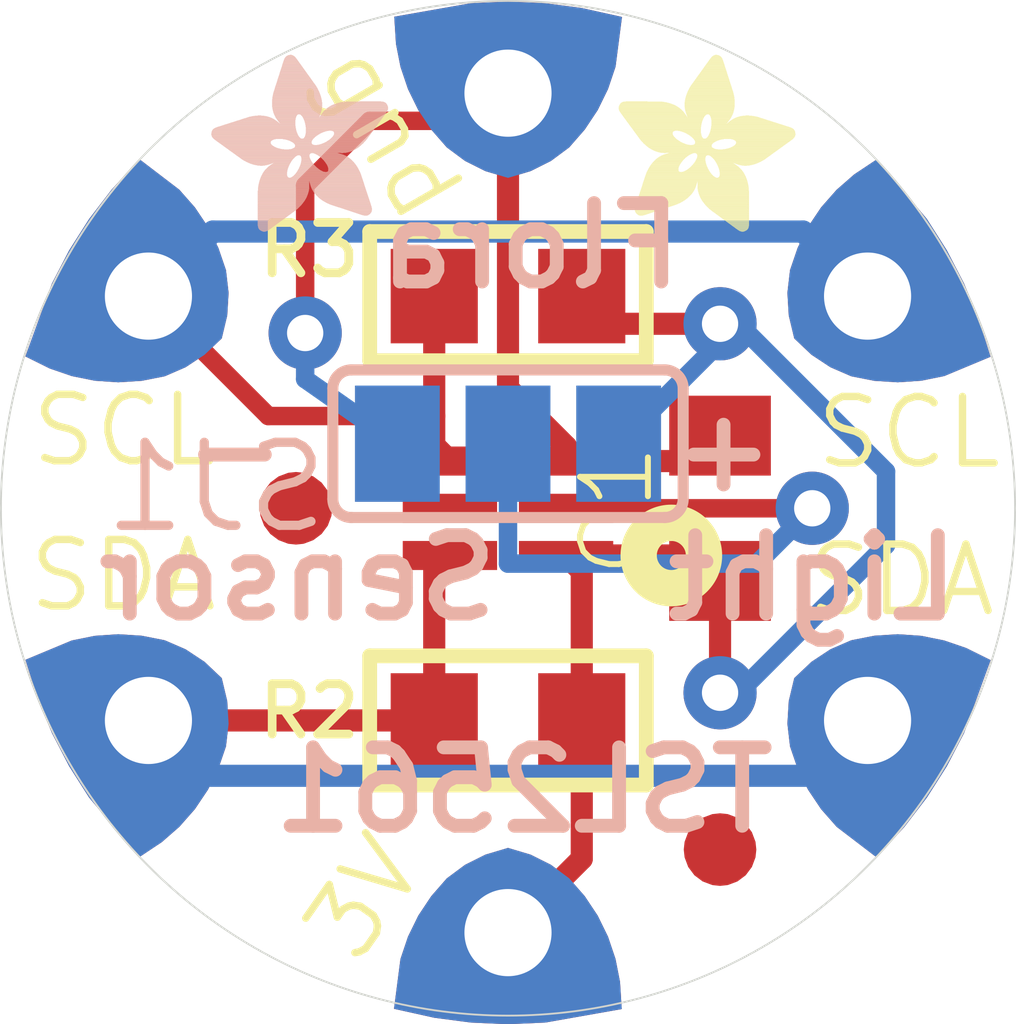
<source format=kicad_pcb>
(kicad_pcb (version 20211014) (generator pcbnew)
  (layers (0 "F.Cu" signal) (31 "B.Cu" signal) (34 "B.Paste" user) (35 "F.Paste" user) (36 "B.SilkS" user "B.Silkscreen") (37 "F.SilkS" user "F.Silkscreen") (38 "B.Mask" user) (39 "F.Mask" user) (44 "Edge.Cuts" user))
  (net 0 "")
  (net 1 "GND")
  (net 2 "3.3V")
  (net 3 "SDA")
  (net 4 "SCL")
  (net 5 "ADDR")
  (footprint "boardEagle:SEWINGTAP_0.5" (layer "F.Cu") (at 153.4541 102.0826 -60)
    (fp_text reference "SCL1" hide)
    (fp_text value "SEWTAP0.5IN" hide)
    (fp_poly (pts (xy 0.510656 -1.238743) (xy 1.017424 -1.172026) (xy 1.570433 -1.049427) (xy 1.481621 -0.363766) (xy 1.377917 -0.056151) (xy 1.23587 0.233416) (xy 1.057243 0.501965) (xy 0.843327 0.746924) (xy 0.591455 0.933744) (xy 0.312122 1.07341) (xy 0 1.16625) (xy -0.312122 1.07341) (xy -0.591455 0.933744) (xy -0.843327 0.746924) (xy -1.057243 0.501967) (xy -1.235871 0.233417) (xy -1.377917 -0.056152) (xy -1.480952 -0.361783) (xy -1.543214 -0.678249) (xy -1.566969 -1.052671) (xy -0.512044 -1.238682) (xy 0 -1.261038)) (layer "F.Cu") (width 0) (fill solid))
    (fp_poly (pts (xy 0.510656 -1.238743) (xy 1.017424 -1.172026) (xy 1.570433 -1.049427) (xy 1.481621 -0.363766) (xy 1.377917 -0.056151) (xy 1.23587 0.233416) (xy 1.057243 0.501965) (xy 0.843327 0.746924) (xy 0.591455 0.933744) (xy 0.312122 1.07341) (xy 0 1.16625) (xy -0.312122 1.07341) (xy -0.591455 0.933744) (xy -0.843327 0.746924) (xy -1.057243 0.501967) (xy -1.235871 0.233417) (xy -1.377917 -0.056152) (xy -1.480952 -0.361783) (xy -1.543214 -0.678249) (xy -1.566969 -1.052671) (xy -0.512044 -1.238682) (xy 0 -1.261038)) (layer "B.Cu") (width 0) (fill solid))
    (pad "TAP" thru_hole circle (at 0 0 300) (size 2.1844 2.1844) (drill 1.2) (layers *.Cu *.Mask) (net 4 "SCL"))
  )
  (footprint "boardEagle:C0805K" (layer "F.Cu") (at 151.4221 105.0036 90)
    (fp_text reference "C1" (at -1 -0.875 90) (layer "F.SilkS") (effects (font (size 0.93472 0.93472) (thickness 0.08128)) (justify left bottom)))
    (fp_text value "0.1uF")
    (pad "1" smd rect (at -1 0 90) (size 1.1 1.4) (layers "F.Cu" "F.Paste" "F.Mask") (net 2 "3.3V"))
    (pad "2" smd rect (at 1 0 90) (size 1.1 1.4) (layers "F.Cu" "F.Paste" "F.Mask") (net 1 "GND"))
  )
  (footprint "boardEagle:SEWINGTAP_0.5" (layer "F.Cu") (at 153.4541 107.9246 -120)
    (fp_text reference "SDA1" hide)
    (fp_text value "SEWTAP0.5IN" hide)
    (fp_poly (pts (xy 0.510656 -1.238743) (xy 1.017424 -1.172026) (xy 1.570433 -1.049427) (xy 1.481621 -0.363766) (xy 1.377917 -0.056151) (xy 1.23587 0.233416) (xy 1.057243 0.501965) (xy 0.843327 0.746924) (xy 0.591455 0.933744) (xy 0.312122 1.07341) (xy 0 1.16625) (xy -0.312122 1.07341) (xy -0.591455 0.933744) (xy -0.843327 0.746924) (xy -1.057243 0.501967) (xy -1.235871 0.233417) (xy -1.377917 -0.056152) (xy -1.480952 -0.361783) (xy -1.543214 -0.678249) (xy -1.566969 -1.052671) (xy -0.512044 -1.238682) (xy 0 -1.261038)) (layer "F.Cu") (width 0) (fill solid))
    (fp_poly (pts (xy 0.510656 -1.238743) (xy 1.017424 -1.172026) (xy 1.570433 -1.049427) (xy 1.481621 -0.363766) (xy 1.377917 -0.056151) (xy 1.23587 0.233416) (xy 1.057243 0.501965) (xy 0.843327 0.746924) (xy 0.591455 0.933744) (xy 0.312122 1.07341) (xy 0 1.16625) (xy -0.312122 1.07341) (xy -0.591455 0.933744) (xy -0.843327 0.746924) (xy -1.057243 0.501967) (xy -1.235871 0.233417) (xy -1.377917 -0.056152) (xy -1.480952 -0.361783) (xy -1.543214 -0.678249) (xy -1.566969 -1.052671) (xy -0.512044 -1.238682) (xy 0 -1.261038)) (layer "B.Cu") (width 0) (fill solid))
    (pad "TAP" thru_hole circle (at 0 0 240) (size 2.1844 2.1844) (drill 1.2) (layers *.Cu *.Mask) (net 3 "SDA"))
  )
  (footprint "boardEagle:_0805" (layer "F.Cu") (at 148.5011 102.0826)
    (fp_text reference "R3" (at -3.4925 -0.635) (layer "F.SilkS") (effects (font (size 0.692831 0.692831) (thickness 0.119969)) (justify left)))
    (fp_text value "10K")
    (pad "1" smd rect (at -1.016 0) (size 1.2 1.3) (layers "F.Cu" "F.Paste" "F.Mask") (net 4 "SCL"))
    (pad "2" smd rect (at 1.016 0) (size 1.2 1.3) (layers "F.Cu" "F.Paste" "F.Mask") (net 2 "3.3V"))
  )
  (footprint "boardEagle:TSL2561_FN" (layer "F.Cu") (at 148.5011 105.0036 180)
    (fp_text reference "U2")
    (fp_text value "TSL2561")
    (pad "ADR" smd rect (at -0.8 0 180) (size 1.3 0.4) (layers "F.Cu" "F.Mask") (net 5 "ADDR"))
    (pad "CLK" smd rect (at 0.8 0.65 180) (size 1.3 0.4) (layers "F.Cu" "F.Mask") (net 4 "SCL"))
    (pad "DATA" smd rect (at 0.8 -0.65 180) (size 1.3 0.4) (layers "F.Cu" "F.Mask") (net 3 "SDA"))
    (pad "INT" smd rect (at 0.8 0 180) (size 1.3 0.4) (layers "F.Cu" "F.Mask"))
    (pad "VDD" smd rect (at -0.8 -0.65 180) (size 1.3 0.4) (layers "F.Cu" "F.Mask") (net 2 "3.3V"))
    (pad "VSS" smd rect (at -0.8 0.65 180) (size 1.3 0.4) (layers "F.Cu" "F.Mask") (net 1 "GND"))
  )
  (footprint "boardEagle:ADAFRUIT_2.5MM" (layer "F.Cu") (at 150.0251 101.1936)
    (fp_text reference "U$4" hide)
    (fp_text value "" hide)
  )
  (footprint "boardEagle:FIDUCIAL_1MM" (layer "F.Cu") (at 151.4221 109.7026)
    (fp_text reference "FID2" hide)
    (fp_text value "FIDUCIAL\"\"" hide)
    (pad "1" smd roundrect (at 0 0) (size 1 1) (layers "F.Cu" "F.Mask") (roundrect_rratio 0.5))
  )
  (footprint "boardEagle:SEWINGTAP_0.5" (layer "F.Cu") (at 148.5011 110.8456 180)
    (fp_text reference "VCC0" hide)
    (fp_text value "SEWTAP0.5IN" hide)
    (fp_poly (pts (xy 0.510656 -1.238743) (xy 1.017424 -1.172026) (xy 1.570433 -1.049427) (xy 1.481621 -0.363766) (xy 1.377917 -0.056151) (xy 1.23587 0.233416) (xy 1.057243 0.501965) (xy 0.843327 0.746924) (xy 0.591455 0.933744) (xy 0.312122 1.07341) (xy 0 1.16625) (xy -0.312122 1.07341) (xy -0.591455 0.933744) (xy -0.843327 0.746924) (xy -1.057243 0.501967) (xy -1.235871 0.233417) (xy -1.377917 -0.056152) (xy -1.480952 -0.361783) (xy -1.543214 -0.678249) (xy -1.566969 -1.052671) (xy -0.512044 -1.238682) (xy 0 -1.261038)) (layer "F.Cu") (width 0) (fill solid))
    (fp_poly (pts (xy 0.510656 -1.238743) (xy 1.017424 -1.172026) (xy 1.570433 -1.049427) (xy 1.481621 -0.363766) (xy 1.377917 -0.056151) (xy 1.23587 0.233416) (xy 1.057243 0.501965) (xy 0.843327 0.746924) (xy 0.591455 0.933744) (xy 0.312122 1.07341) (xy 0 1.16625) (xy -0.312122 1.07341) (xy -0.591455 0.933744) (xy -0.843327 0.746924) (xy -1.057243 0.501967) (xy -1.235871 0.233417) (xy -1.377917 -0.056152) (xy -1.480952 -0.361783) (xy -1.543214 -0.678249) (xy -1.566969 -1.052671) (xy -0.512044 -1.238682) (xy 0 -1.261038)) (layer "B.Cu") (width 0) (fill solid))
    (pad "TAP" thru_hole circle (at 0 0 180) (size 2.1844 2.1844) (drill 1.2) (layers *.Cu *.Mask) (net 2 "3.3V"))
  )
  (footprint "boardEagle:_0805" (layer "F.Cu") (at 148.5011 107.9246)
    (fp_text reference "R2" (at -3.4925 -0.127) (layer "F.SilkS") (effects (font (size 0.692831 0.692831) (thickness 0.119969)) (justify left)))
    (fp_text value "10K")
    (pad "1" smd rect (at -1.016 0) (size 1.2 1.3) (layers "F.Cu" "F.Paste" "F.Mask") (net 3 "SDA"))
    (pad "2" smd rect (at 1.016 0) (size 1.2 1.3) (layers "F.Cu" "F.Paste" "F.Mask") (net 2 "3.3V"))
  )
  (footprint "boardEagle:SEWINGTAP_0.5" (layer "F.Cu") (at 143.5481 102.0826 60)
    (fp_text reference "SCL2" hide)
    (fp_text value "SEWTAP0.5IN" hide)
    (fp_poly (pts (xy 0.510656 -1.238743) (xy 1.017424 -1.172026) (xy 1.570433 -1.049427) (xy 1.481621 -0.363766) (xy 1.377917 -0.056151) (xy 1.23587 0.233416) (xy 1.057243 0.501965) (xy 0.843327 0.746924) (xy 0.591455 0.933744) (xy 0.312122 1.07341) (xy 0 1.16625) (xy -0.312122 1.07341) (xy -0.591455 0.933744) (xy -0.843327 0.746924) (xy -1.057243 0.501967) (xy -1.235871 0.233417) (xy -1.377917 -0.056152) (xy -1.480952 -0.361783) (xy -1.543214 -0.678249) (xy -1.566969 -1.052671) (xy -0.512044 -1.238682) (xy 0 -1.261038)) (layer "F.Cu") (width 0) (fill solid))
    (fp_poly (pts (xy 0.510656 -1.238743) (xy 1.017424 -1.172026) (xy 1.570433 -1.049427) (xy 1.481621 -0.363766) (xy 1.377917 -0.056151) (xy 1.23587 0.233416) (xy 1.057243 0.501965) (xy 0.843327 0.746924) (xy 0.591455 0.933744) (xy 0.312122 1.07341) (xy 0 1.16625) (xy -0.312122 1.07341) (xy -0.591455 0.933744) (xy -0.843327 0.746924) (xy -1.057243 0.501967) (xy -1.235871 0.233417) (xy -1.377917 -0.056152) (xy -1.480952 -0.361783) (xy -1.543214 -0.678249) (xy -1.566969 -1.052671) (xy -0.512044 -1.238682) (xy 0 -1.261038)) (layer "B.Cu") (width 0) (fill solid))
    (pad "TAP" thru_hole circle (at 0 0 60) (size 2.1844 2.1844) (drill 1.2) (layers *.Cu *.Mask) (net 4 "SCL"))
  )
  (footprint "boardEagle:FIDUCIAL_1MM" (layer "F.Cu") (at 145.5801 105.0036)
    (fp_text reference "FID1" hide)
    (fp_text value "FIDUCIAL\"\"" hide)
    (pad "1" smd roundrect (at 0 0) (size 1 1) (layers "F.Cu" "F.Mask") (roundrect_rratio 0.5))
  )
  (footprint "boardEagle:SEWINGTAP_0.5" (layer "F.Cu") (at 148.5011 99.2886)
    (fp_text reference "GND0" hide)
    (fp_text value "SEWTAP0.5IN" hide)
    (fp_poly (pts (xy 0.510656 -1.238743) (xy 1.017424 -1.172026) (xy 1.570433 -1.049427) (xy 1.481621 -0.363766) (xy 1.377917 -0.056151) (xy 1.23587 0.233416) (xy 1.057243 0.501965) (xy 0.843327 0.746924) (xy 0.591455 0.933744) (xy 0.312122 1.07341) (xy 0 1.16625) (xy -0.312122 1.07341) (xy -0.591455 0.933744) (xy -0.843327 0.746924) (xy -1.057243 0.501967) (xy -1.235871 0.233417) (xy -1.377917 -0.056152) (xy -1.480952 -0.361783) (xy -1.543214 -0.678249) (xy -1.566969 -1.052671) (xy -0.512044 -1.238682) (xy 0 -1.261038)) (layer "F.Cu") (width 0) (fill solid))
    (fp_poly (pts (xy 0.510656 -1.238743) (xy 1.017424 -1.172026) (xy 1.570433 -1.049427) (xy 1.481621 -0.363766) (xy 1.377917 -0.056151) (xy 1.23587 0.233416) (xy 1.057243 0.501965) (xy 0.843327 0.746924) (xy 0.591455 0.933744) (xy 0.312122 1.07341) (xy 0 1.16625) (xy -0.312122 1.07341) (xy -0.591455 0.933744) (xy -0.843327 0.746924) (xy -1.057243 0.501967) (xy -1.235871 0.233417) (xy -1.377917 -0.056152) (xy -1.480952 -0.361783) (xy -1.543214 -0.678249) (xy -1.566969 -1.052671) (xy -0.512044 -1.238682) (xy 0 -1.261038)) (layer "B.Cu") (width 0) (fill solid))
    (pad "TAP" thru_hole circle (at 0 0) (size 2.1844 2.1844) (drill 1.2) (layers *.Cu *.Mask) (net 1 "GND"))
  )
  (footprint "boardEagle:SEWINGTAP_0.5" (layer "F.Cu") (at 143.5481 107.9246 120)
    (fp_text reference "SDA2" hide)
    (fp_text value "SEWTAP0.5IN" hide)
    (fp_poly (pts (xy 0.510656 -1.238743) (xy 1.017424 -1.172026) (xy 1.570433 -1.049427) (xy 1.481621 -0.363766) (xy 1.377917 -0.056151) (xy 1.23587 0.233416) (xy 1.057243 0.501965) (xy 0.843327 0.746924) (xy 0.591455 0.933744) (xy 0.312122 1.07341) (xy 0 1.16625) (xy -0.312122 1.07341) (xy -0.591455 0.933744) (xy -0.843327 0.746924) (xy -1.057243 0.501967) (xy -1.235871 0.233417) (xy -1.377917 -0.056152) (xy -1.480952 -0.361783) (xy -1.543214 -0.678249) (xy -1.566969 -1.052671) (xy -0.512044 -1.238682) (xy 0 -1.261038)) (layer "F.Cu") (width 0) (fill solid))
    (fp_poly (pts (xy 0.510656 -1.238743) (xy 1.017424 -1.172026) (xy 1.570433 -1.049427) (xy 1.481621 -0.363766) (xy 1.377917 -0.056151) (xy 1.23587 0.233416) (xy 1.057243 0.501965) (xy 0.843327 0.746924) (xy 0.591455 0.933744) (xy 0.312122 1.07341) (xy 0 1.16625) (xy -0.312122 1.07341) (xy -0.591455 0.933744) (xy -0.843327 0.746924) (xy -1.057243 0.501967) (xy -1.235871 0.233417) (xy -1.377917 -0.056152) (xy -1.480952 -0.361783) (xy -1.543214 -0.678249) (xy -1.566969 -1.052671) (xy -0.512044 -1.238682) (xy 0 -1.261038)) (layer "B.Cu") (width 0) (fill solid))
    (pad "TAP" thru_hole circle (at 0 0 120) (size 2.1844 2.1844) (drill 1.2) (layers *.Cu *.Mask) (net 3 "SDA"))
  )
  (footprint "boardEagle:ADAFRUIT_2.5MM" (layer "B.Cu") (at 146.8501 101.1936 180)
    (fp_text reference "U$3" hide)
    (fp_text value "" hide)
  )
  (footprint "boardEagle:SJ_2" (layer "B.Cu") (at 148.5011 104.1146)
    (fp_text reference "SJ1" (at -2.413 1.27 180) (layer "B.SilkS") (effects (font (size 1.143 1.143) (thickness 0.127)) (justify left bottom mirror)))
    (fp_text value "")
    (pad "1" smd rect (at -1.524 0) (size 1.1684 1.6002) (layers "B.Cu" "B.Paste" "B.Mask") (net 1 "GND"))
    (pad "2" smd rect (at 0 0) (size 1.1684 1.6002) (layers "B.Cu" "B.Paste" "B.Mask") (net 5 "ADDR"))
    (pad "3" smd rect (at 1.524 0) (size 1.1684 1.6002) (layers "B.Cu" "B.Paste" "B.Mask") (net 2 "3.3V"))
  )
  (gr_circle (center 148.5011 105.0036) (end 155.4861 105.0036) (layer "Edge.Cuts") (width 0.0254) (fill none))
  (gr_text "Flora" (at 150.9941 102.0236) (layer "B.SilkS") (effects (font (size 1.0795 1.0795) (thickness 0.1905)) (justify left bottom mirror)))
  (gr_text "-" (at 145.5331 104.8176) (layer "B.SilkS") (effects (font (size 1.0795 1.0795) (thickness 0.1905)) (justify left bottom mirror)))
  (gr_text "TSL2561" (at 152.2641 109.5166) (layer "B.SilkS") (effects (font (size 1.0795 1.0795) (thickness 0.1905)) (justify left bottom mirror)))
  (gr_text "Sensor" (at 148.4541 106.5956) (layer "B.SilkS") (effects (font (size 1.0795 1.0795) (thickness 0.1905)) (justify left bottom mirror)))
  (gr_text "Light" (at 154.8041 106.5956) (layer "B.SilkS") (effects (font (size 1.0795 1.0795) (thickness 0.1905)) (justify left bottom mirror)))
  (gr_text "+" (at 152.2641 104.8176) (layer "B.SilkS") (effects (font (size 1.0795 1.0795) (thickness 0.1905)) (justify left bottom mirror)))
  (gr_text "gnd" (at 147.9931 100.6856 300) (layer "F.SilkS") (effects (font (size 0.9144 0.9144) (thickness 0.1016)) (justify right top)))
  (gr_text "3V" (at 146.5961 109.3216 55) (layer "F.SilkS") (effects (font (size 0.9144 0.9144) (thickness 0.1016)) (justify right top)))
  (gr_text "SDA" (at 141.846057 106.4641) (layer "F.SilkS") (effects (font (size 0.9144 0.9144) (thickness 0.1016)) (justify left bottom)))
  (gr_text "SCL" (at 152.6921 104.4956) (layer "F.SilkS") (effects (font (size 0.9144 0.9144) (thickness 0.1016)) (justify left bottom)))
  (gr_text "SDA" (at 152.5651 106.5276) (layer "F.SilkS") (effects (font (size 0.9144 0.9144) (thickness 0.1016)) (justify left bottom)))
  (gr_text "SCL" (at 141.880088 104.466132) (layer "F.SilkS") (effects (font (size 0.9144 0.9144) (thickness 0.1016)) (justify left bottom)))
  (segment (start 148.5011 99.2886) (end 148.5011 103.3526) (width 0.3048) (layer "F.Cu") (net 1))
  (segment (start 145.7071 100.5586) (end 146.5961 99.6696) (width 0.254) (layer "F.Cu") (net 1))
  (segment (start 151.2221 104.3536) (end 149.3011 104.3536) (width 0.3048) (layer "F.Cu") (net 1))
  (segment (start 146.5961 99.6696) (end 148.1201 99.6696) (width 0.254) (layer "F.Cu") (net 1))
  (segment (start 151.4221 104.0036) (end 151.2221 104.3536) (width 0.3048) (layer "F.Cu") (net 1))
  (segment (start 145.7071 102.5906) (end 145.7071 100.5586) (width 0.254) (layer "F.Cu") (net 1))
  (segment (start 149.3011 104.1526) (end 149.3011 104.3536) (width 0.3048) (layer "F.Cu") (net 1))
  (segment (start 148.5011 103.3526) (end 149.3011 104.1526) (width 0.3048) (layer "F.Cu") (net 1))
  (segment (start 148.1201 99.6696) (end 148.5011 99.2886) (width 0.254) (layer "F.Cu") (net 1))
  (via (at 145.7071 102.5906) (size 1.008) (drill 0.5) (layers "F.Cu" "B.Cu") (net 1))
  (segment (start 146.9771 104.1146) (end 145.7071 103.2256) (width 0.254) (layer "B.Cu") (net 1))
  (segment (start 145.7071 103.2256) (end 145.7071 102.5906) (width 0.254) (layer "B.Cu") (net 1))
  (segment (start 148.5011 110.8456) (end 149.5171 109.8296) (width 0.3048) (layer "F.Cu") (net 2))
  (segment (start 149.5171 109.8296) (end 149.5171 107.9246) (width 0.3048) (layer "F.Cu") (net 2))
  (segment (start 151.4221 106.0036) (end 151.0651 105.6536) (width 0.3048) (layer "F.Cu") (net 2))
  (segment (start 149.8981 102.4636) (end 151.4221 102.4636) (width 0.3048) (layer "F.Cu") (net 2))
  (segment (start 151.4221 107.5436) (end 151.4221 106.0036) (width 0.3048) (layer "F.Cu") (net 2))
  (segment (start 149.5171 105.8696) (end 149.3011 105.6536) (width 0.3048) (layer "F.Cu") (net 2))
  (segment (start 151.0651 105.6536) (end 149.3011 105.6536) (width 0.3048) (layer "F.Cu") (net 2))
  (segment (start 149.5171 102.0826) (end 149.8981 102.4636) (width 0.3048) (layer "F.Cu") (net 2))
  (segment (start 149.5171 107.9246) (end 149.5171 105.8696) (width 0.3048) (layer "F.Cu") (net 2))
  (via (at 151.4221 107.5436) (size 1.008) (drill 0.5) (layers "F.Cu" "B.Cu") (net 2))
  (via (at 151.4221 102.4636) (size 1.008) (drill 0.5) (layers "F.Cu" "B.Cu") (net 2))
  (segment (start 153.7081 104.4956) (end 151.6761 102.4636) (width 0.254) (layer "B.Cu") (net 2))
  (segment (start 150.0251 104.1146) (end 151.4221 102.7176) (width 0.254) (layer "B.Cu") (net 2))
  (segment (start 151.6761 102.4636) (end 151.4221 102.4636) (width 0.254) (layer "B.Cu") (net 2))
  (segment (start 151.6761 107.5436) (end 153.7081 105.5116) (width 0.254) (layer "B.Cu") (net 2))
  (segment (start 151.4221 107.5436) (end 151.6761 107.5436) (width 0.254) (layer "B.Cu") (net 2))
  (segment (start 151.4221 102.7176) (end 151.4221 102.4636) (width 0.254) (layer "B.Cu") (net 2))
  (segment (start 153.7081 105.5116) (end 153.7081 104.4956) (width 0.254) (layer "B.Cu") (net 2))
  (segment (start 147.4851 107.9246) (end 147.4851 105.8696) (width 0.3048) (layer "F.Cu") (net 3))
  (segment (start 147.4851 105.8696) (end 147.7011 105.6536) (width 0.3048) (layer "F.Cu") (net 3))
  (segment (start 143.5481 107.9246) (end 147.4851 107.9246) (width 0.3048) (layer "F.Cu") (net 3))
  (segment (start 152.6921 108.6866) (end 153.4541 107.9246) (width 0.3048) (layer "B.Cu") (net 3))
  (segment (start 143.5481 107.9246) (end 144.3101 108.6866) (width 0.3048) (layer "B.Cu") (net 3))
  (segment (start 144.3101 108.6866) (end 152.6921 108.6866) (width 0.3048) (layer "B.Cu") (net 3))
  (segment (start 147.4851 103.7336) (end 147.4851 102.0826) (width 0.3048) (layer "F.Cu") (net 4))
  (segment (start 147.7011 104.3536) (end 147.4851 104.1376) (width 0.3048) (layer "F.Cu") (net 4))
  (segment (start 143.5481 102.0826) (end 145.1991 103.7336) (width 0.254) (layer "F.Cu") (net 4))
  (segment (start 147.4851 104.1376) (end 147.4851 103.7336) (width 0.3048) (layer "F.Cu") (net 4))
  (segment (start 145.1991 103.7336) (end 147.4851 103.7336) (width 0.254) (layer "F.Cu") (net 4))
  (segment (start 152.5651 101.1936) (end 144.4371 101.1936) (width 0.3048) (layer "B.Cu") (net 4))
  (segment (start 144.4371 101.1936) (end 143.5481 102.0826) (width 0.3048) (layer "B.Cu") (net 4))
  (segment (start 153.4541 102.0826) (end 152.5651 101.1936) (width 0.3048) (layer "B.Cu") (net 4))
  (segment (start 152.6921 105.0036) (end 149.3011 105.0036) (width 0.254) (layer "F.Cu") (net 5))
  (via (at 152.6921 105.0036) (size 1.008) (drill 0.5) (layers "F.Cu" "B.Cu") (net 5))
  (segment (start 148.5011 104.1146) (end 148.5011 105.7656) (width 0.254) (layer "B.Cu") (net 5))
  (segment (start 148.5011 105.7656) (end 151.9301 105.7656) (width 0.254) (layer "B.Cu") (net 5))
  (segment (start 151.9301 105.7656) (end 152.6921 105.0036) (width 0.254) (layer "B.Cu") (net 5))
)
</source>
